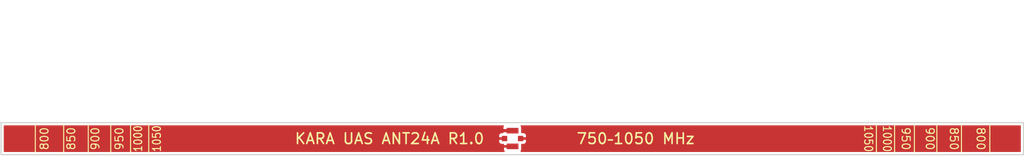
<source format=kicad_pcb>
(kicad_pcb (version 20240108) (generator "pcbnew") (generator_version "8.0")
  (title_block (title "ANT24A") (date "2024-02-28") (rev "1.0"))
  (layers (0 "F.Cu" signal) (31 "B.Cu" signal) (34 "B.Paste" user) (35 "F.Paste" user) (36 "B.SilkS" user "B.Silkscreen") (37 "F.SilkS" user "F.Silkscreen") (38 "B.Mask" user) (39 "F.Mask" user) (44 "Edge.Cuts" user))
  (net 0 "")
  (net 1 "RF")
  (net 2 "GND")
  (footprint "bc-connector:MOLEX-73412-0110_R" (layer "F.Cu") (at 147 102.975 90)
    (property "Reference" "JP1" (hide yes))
    (property "Value" "~")
    (pad "1" smd rect (at 0 1.5 90) (size 1 1) (layers "F.Cu" "F.Mask") (net 1 "RF"))
    (pad "2" smd rect (at 1.475 0 180) (size 2.2 1.05) (layers "F.Cu" "F.Mask") (net 2 "GND") (thermal_bridge_width 0.6) (thermal_gap 0.6))
    (pad "3" smd rect (at 0 -1.5 90) (size 1 1) (layers "F.Cu" "F.Mask") (net 2 "GND"))
    (pad "4" smd rect (at -1.475 0 180) (size 2.2 1.05) (layers "F.Cu" "F.Mask") (net 2 "GND"))
  )
  (gr_line (start 236.2 100.5) (end 236.2 105.5) (stroke (width 0.2)) (layer "F.SilkS"))
  (gr_line (start 67.7 100.5) (end 67.7 105.5) (stroke (width 0.2)) (layer "F.SilkS"))
  (gr_line (start 222.1 100.5) (end 222.1 105.5) (stroke (width 0.2)) (layer "F.SilkS"))
  (gr_line (start 218.4 100.5) (end 218.4 105.5) (stroke (width 0.2)) (layer "F.SilkS"))
  (gr_line (start 215 100.5) (end 215 105.5) (stroke (width 0.2)) (layer "F.SilkS"))
  (gr_line (start 63.1 100.5) (end 63.1 105.5) (stroke (width 0.2)) (layer "F.SilkS"))
  (gr_line (start 57.8 100.5) (end 57.8 105.5) (stroke (width 0.2)) (layer "F.SilkS"))
  (gr_line (start 226.3 100.5) (end 226.3 105.5) (stroke (width 0.2)) (layer "F.SilkS"))
  (gr_line (start 230.9 100.5) (end 230.9 105.5) (stroke (width 0.2)) (layer "F.SilkS"))
  (gr_line (start 75.6 100.5) (end 75.6 105.5) (stroke (width 0.2)) (layer "F.SilkS"))
  (gr_line (start 79 100.5) (end 79 105.5) (stroke (width 0.2)) (layer "F.SilkS"))
  (gr_line (start 71.9 100.5) (end 71.9 105.5) (stroke (width 0.2)) (layer "F.SilkS"))
  (gr_line (start 242.5 106) (end 242.5 100) (stroke (width 0.2)) (layer "Edge.Cuts"))
  (gr_line (start 51.4 106) (end 242.5 106) (stroke (width 0.2)) (layer "Edge.Cuts"))
  (gr_line (start 51.3 100) (end 242.5 100) (stroke (width 0.2)) (layer "Edge.Cuts"))
  (gr_line (start 51.4 100) (end 51.4 106) (stroke (width 0.2)) (layer "Edge.Cuts"))
  (gr_text "900" (at 225 103 -90) (layer "F.SilkS") (effects (font (size 1.5 1.5) (thickness 0.2) (bold yes))))
  (gr_text "800" (at 59.5 103 90) (layer "F.SilkS") (effects (font (size 1.5 1.5) (thickness 0.2) (bold yes))))
  (gr_text "950" (at 220.5 103 -90) (layer "F.SilkS") (effects (font (size 1.5 1.5) (thickness 0.2) (bold yes))))
  (gr_text "1000" (at 217 103 -90) (layer "F.SilkS") (effects (font (size 1.5 1.3) (thickness 0.2) (bold yes))))
  (gr_text "950" (at 73.5 103 90) (layer "F.SilkS") (effects (font (size 1.5 1.5) (thickness 0.2) (bold yes))))
  (gr_text "850" (at 64.5 103 90) (layer "F.SilkS") (effects (font (size 1.5 1.5) (thickness 0.2) (bold yes))))
  (gr_text "1050" (at 80.5 103 90) (layer "F.SilkS") (effects (font (size 1.5 1.3) (thickness 0.2) (bold yes))))
  (gr_text "850" (at 229.5 103 -90) (layer "F.SilkS") (effects (font (size 1.5 1.5) (thickness 0.2) (bold yes))))
  (gr_text "1000" (at 77 103 90) (layer "F.SilkS") (effects (font (size 1.5 1.3) (thickness 0.2) (bold yes))))
  (gr_text "900" (at 69 103 90) (layer "F.SilkS") (effects (font (size 1.5 1.5) (thickness 0.2) (bold yes))))
  (gr_text "800" (at 234.5 103 -90) (layer "F.SilkS") (effects (font (size 1.5 1.5) (thickness 0.2) (bold yes))))
  (gr_text "750–1050 MHz" (at 170 103 0) (layer "F.SilkS") (effects (font (size 2 2) (thickness 0.3) (bold yes))))
  (gr_text "1050" (at 213.5 103 -90) (layer "F.SilkS") (effects (font (size 1.5 1.3) (thickness 0.2) (bold yes))))
  (gr_text "KARA UAS ANT24A R1.0" (at 124 103 0) (layer "F.SilkS") (effects (font (size 2 2) (thickness 0.3) (bold yes))))
  (zone (net 1) (net_name "RF") (layer "F.Cu") (priority 1) (connect_pads (clearance 0.5)) (min_thickness 0.25) (fill yes (thermal_gap 0.5) (thermal_bridge_width 0.5))
    (polygon (pts (xy 242 100.5) (xy 242 105.5) (xy 148.5 105.5) (xy 148.5 100.5)))
  )
  (zone (net 2) (net_name "GND") (layer "F.Cu") (connect_pads (clearance 0.5)) (min_thickness 0.25) (fill yes (thermal_gap 0.5) (thermal_bridge_width 0.5))
    (polygon (pts (xy 147 100.5) (xy 147 102) (xy 146 102) (xy 146 104) (xy 147 104) (xy 147 105.5) (xy 51.9 105.5) (xy 51.9 100.5)))
  )
)
</source>
